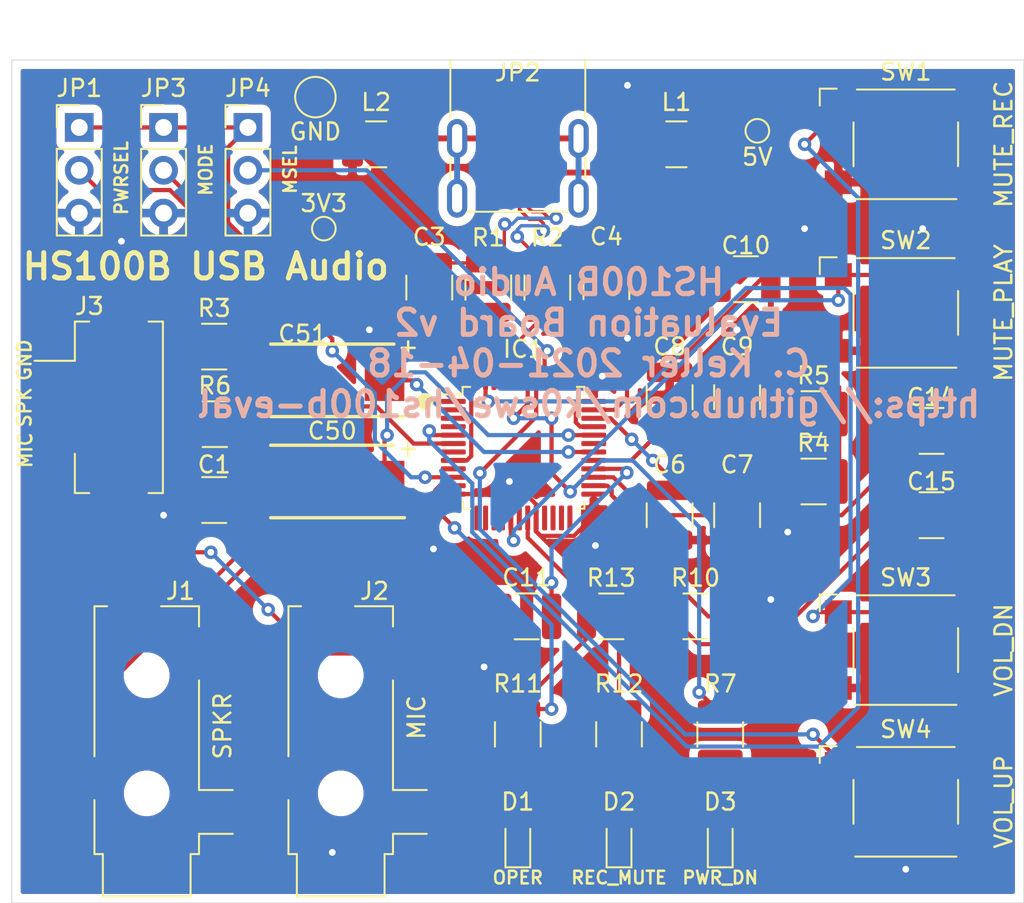
<source format=kicad_pcb>
(kicad_pcb (version 20171130) (host pcbnew 5.1.9)
  (title_block (title "HS100B Evaluation Board") (date 2021-04-18) (rev 2) (company "Chris Keller"))
  (layers (0 F.Cu signal) (31 B.Cu signal) (34 B.Paste user) (35 F.Paste user) (36 B.SilkS user) (37 F.SilkS user) (38 B.Mask user) (39 F.Mask user) (44 Edge.Cuts user))
  (net 0 "")
  (net 1 /D-)
  (net 2 /D+)
  (net 3 GND)
  (net 4 VBUS)
  (net 5 +3V3)
  (net 6 "Net-(C1-Pad2)")
  (net 7 "Net-(C1-Pad1)")
  (net 8 "Net-(C6-Pad1)")
  (net 9 "Net-(C8-Pad1)")
  (net 10 "Net-(C11-Pad2)")
  (net 11 /MIC_IN)
  (net 12 "Net-(C14-Pad2)")
  (net 13 "Net-(C15-Pad2)")
  (net 14 /AUDIO_L)
  (net 15 "Net-(C50-Pad1)")
  (net 16 /AUDIO_R)
  (net 17 "Net-(C51-Pad1)")
  (net 18 "Net-(D1-Pad2)")
  (net 19 "Net-(D2-Pad2)")
  (net 20 "Net-(D3-Pad2)")
  (net 21 /VOLDN)
  (net 22 /PDSW)
  (net 23 /VOLUP)
  (net 24 /MSEL)
  (net 25 /LEDR)
  (net 26 /MUTEP)
  (net 27 /LEDO)
  (net 28 /MODE)
  (net 29 /PWRSEL)
  (net 30 /MUTER)
  (net 31 /MIC_BIAS)
  (net 32 "Net-(JP2-Pad1)")
  (net 33 "Net-(IC1-Pad26)")
  (net 34 "Net-(JP2-Pad6)")
  (net 35 /USB-)
  (net 36 /USB+)
  (module TestPoint:TestPoint_Pad_D1.0mm (layer F.Cu) (at 174.2 74.2)
    (fp_text reference TP2)
    (fp_text value 5V (at 0 1.55) (layer F.SilkS))
    (pad 1 smd circle (at 0 0) (size 1 1) (layers F.Cu F.Mask) (net 32 "Net-(JP2-Pad1)"))
  )
  (module TestPoint:TestPoint_Pad_D2.0mm (layer F.Cu) (at 148 72.2)
    (fp_text reference TP1)
    (fp_text value GND (at 0 2.05) (layer F.SilkS))
    (pad 1 smd circle (at 0 0) (size 2 2) (layers F.Cu F.Mask) (net 3 GND))
  )
  (module Connector_JST:JST_PH_B3B-PH-SM4-TB_1x03-1MP_P2.00mm_Vertical (layer F.Cu) (at 134.6 90.6 270)
    (fp_text reference J3 (at -6 0) (layer F.SilkS))
    (fp_text value RADIO_DATA)
    (fp_text user GND (at -2.8 3.85 90) (layer F.SilkS) (effects (font (size 0.8 0.8))))
    (fp_text user SPK (at 0 3.85 90) (layer F.SilkS) (effects (font (size 0.8 0.8))))
    (fp_text user MIC (at 2.55 3.8 90) (layer F.SilkS) (effects (font (size 0.8 0.8))))
    (pad MP smd roundrect (at 4.4 -1.75 270) (size 1.6 3) (layers F.Cu F.Paste F.Mask) (roundrect_rratio 0.15625))
    (pad MP smd roundrect (at -4.4 -1.75 270) (size 1.6 3) (layers F.Cu F.Paste F.Mask) (roundrect_rratio 0.15625))
    (pad 3 smd roundrect (at 2 0.5 270) (size 1 5.5) (layers F.Cu F.Paste F.Mask) (net 11 /MIC_IN))
    (pad 2 smd roundrect (at 0 0.5 270) (size 1 5.5) (layers F.Cu F.Paste F.Mask) (net 6 "Net-(C1-Pad2)"))
    (pad 1 smd roundrect (at -2 0.5 270) (size 1 5.5) (layers F.Cu F.Paste F.Mask) (net 3 GND))
  )
  (module Omron:SW_SPST_Omron_B3FS-100xP (layer F.Cu) (at 183 114)
    (fp_text reference SW4 (at 0 -4.3) (layer F.SilkS))
    (fp_text value VOL_UP (at 5.8 0 90) (layer F.SilkS))
    (pad 2 smd rect (at -4 2.25 180) (size 1.6 1.4) (layers F.Cu F.Paste F.Mask) (net 3 GND))
    (pad 2 smd rect (at 4 2.25 180) (size 1.6 1.4) (layers F.Cu F.Paste F.Mask) (net 3 GND))
    (pad 1 smd rect (at -4 -2.25 180) (size 1.6 1.4) (layers F.Cu F.Paste F.Mask) (net 23 /VOLUP))
    (pad 1 smd rect (at 4 -2.25 180) (size 1.6 1.4) (layers F.Cu F.Paste F.Mask) (net 23 /VOLUP))
  )
  (module Omron:SW_SPST_Omron_B3FS-100xP (layer F.Cu) (at 183 105)
    (fp_text reference SW3 (at 0 -4.3) (layer F.SilkS))
    (fp_text value VOL_DN (at 5.8 0 90) (layer F.SilkS))
    (pad 2 smd rect (at -4 2.25 180) (size 1.6 1.4) (layers F.Cu F.Paste F.Mask) (net 3 GND))
    (pad 2 smd rect (at 4 2.25 180) (size 1.6 1.4) (layers F.Cu F.Paste F.Mask) (net 3 GND))
    (pad 1 smd rect (at -4 -2.25 180) (size 1.6 1.4) (layers F.Cu F.Paste F.Mask) (net 21 /VOLDN))
    (pad 1 smd rect (at 4 -2.25 180) (size 1.6 1.4) (layers F.Cu F.Paste F.Mask) (net 21 /VOLDN))
  )
  (module Omron:SW_SPST_Omron_B3FS-100xP (layer F.Cu) (at 183 85)
    (fp_text reference SW2 (at 0 -4.3) (layer F.SilkS))
    (fp_text value MUTE_PLAY (at 5.8 0 90) (layer F.SilkS))
    (pad 2 smd rect (at -4 2.25 180) (size 1.6 1.4) (layers F.Cu F.Paste F.Mask) (net 3 GND))
    (pad 2 smd rect (at 4 2.25 180) (size 1.6 1.4) (layers F.Cu F.Paste F.Mask) (net 3 GND))
    (pad 1 smd rect (at -4 -2.25 180) (size 1.6 1.4) (layers F.Cu F.Paste F.Mask) (net 26 /MUTEP))
    (pad 1 smd rect (at 4 -2.25 180) (size 1.6 1.4) (layers F.Cu F.Paste F.Mask) (net 26 /MUTEP))
  )
  (module Omron:SW_SPST_Omron_B3FS-100xP (layer F.Cu) (at 183 75)
    (fp_text reference SW1 (at 0 -4.3) (layer F.SilkS))
    (fp_text value MUTE_REC (at 5.8 0 90) (layer F.SilkS))
    (pad 2 smd rect (at -4 2.25 180) (size 1.6 1.4) (layers F.Cu F.Paste F.Mask) (net 3 GND))
    (pad 2 smd rect (at 4 2.25 180) (size 1.6 1.4) (layers F.Cu F.Paste F.Mask) (net 3 GND))
    (pad 1 smd rect (at -4 -2.25 180) (size 1.6 1.4) (layers F.Cu F.Paste F.Mask) (net 30 /MUTER))
    (pad 1 smd rect (at 4 -2.25 180) (size 1.6 1.4) (layers F.Cu F.Paste F.Mask) (net 30 /MUTER))
  )
  (module Connector_Audio:Jack_3.5mm_CUI_SJ-3524-SMT_Horizontal (layer F.Cu) (at 138 111 180)
    (fp_text reference J1 (at -2 9.5 180) (layer F.SilkS))
    (fp_text value SPKR (at -4.5 1.5 270) (layer F.SilkS))
    (pad "" np_thru_hole circle (at 0 4.5 180) (size 1.7 1.7) (drill 1.7) (layers *.Cu *.Mask))
    (pad "" np_thru_hole circle (at 0 -2.5 180) (size 1.7 1.7) (drill 1.7) (layers *.Cu *.Mask))
    (pad T smd rect (at -3.7 5.8 180) (size 2.8 2.8) (layers F.Cu F.Paste F.Mask) (net 16 /AUDIO_R))
    (pad TN smd rect (at 0.75 9.8 180) (size 2.8 2.6) (layers F.Cu F.Paste F.Mask))
    (pad S smd rect (at -3.7 -3.6 180) (size 2.8 2.2) (layers F.Cu F.Paste F.Mask) (net 3 GND))
    (pad R smd rect (at 3.7 -1.6 180) (size 2.8 2.2) (layers F.Cu F.Paste F.Mask) (net 14 /AUDIO_L))
  )
  (module Connector_Audio:Jack_3.5mm_CUI_SJ-3524-SMT_Horizontal (layer F.Cu) (at 149.5 111 180)
    (fp_text reference J2 (at -2 9.5 180) (layer F.SilkS))
    (fp_text value MIC (at -4.5 2 270) (layer F.SilkS))
    (pad "" np_thru_hole circle (at 0 4.5 180) (size 1.7 1.7) (drill 1.7) (layers *.Cu *.Mask))
    (pad "" np_thru_hole circle (at 0 -2.5 180) (size 1.7 1.7) (drill 1.7) (layers *.Cu *.Mask))
    (pad T smd rect (at -3.7 5.8 180) (size 2.8 2.8) (layers F.Cu F.Paste F.Mask) (net 11 /MIC_IN))
    (pad TN smd rect (at 0.75 9.8 180) (size 2.8 2.6) (layers F.Cu F.Paste F.Mask))
    (pad S smd rect (at -3.7 -3.6 180) (size 2.8 2.2) (layers F.Cu F.Paste F.Mask) (net 3 GND))
    (pad R smd rect (at 3.7 -1.6 180) (size 2.8 2.2) (layers F.Cu F.Paste F.Mask) (net 31 /MIC_BIAS))
  )
  (module CUI:UJ2-MIBH-4-SMT (layer F.Cu) (at 160 70)
    (fp_text reference JP2 (at 0 0.75) (layer F.SilkS))
    (fp_text value USB_B_Micro)
    (pad 6 smd roundrect (at -1.15 3.6) (size 1.8 3.9) (layers F.Cu F.Paste F.Mask) (net 34 "Net-(JP2-Pad6)"))
    (pad 6 smd roundrect (at 1.15 3.6) (size 1.8 3.9) (layers F.Cu F.Paste F.Mask) (net 34 "Net-(JP2-Pad6)"))
    (pad 5 smd rect (at -1.3 7.85) (size 0.4 1.7) (layers F.Cu F.Paste F.Mask) (net 3 GND))
    (pad 4 smd rect (at -0.65 7.85) (size 0.4 1.7) (layers F.Cu F.Paste F.Mask))
    (pad 2 smd rect (at 0.65 7.85) (size 0.4 1.7) (layers F.Cu F.Paste F.Mask) (net 35 /USB-))
    (pad 3 smd rect (at 0 7.85) (size 0.4 1.7) (layers F.Cu F.Paste F.Mask) (net 36 /USB+))
    (pad 1 smd rect (at 1.3 7.85) (size 0.4 1.7) (layers F.Cu F.Paste F.Mask) (net 32 "Net-(JP2-Pad1)"))
    (pad 6 thru_hole oval (at -3.6 4.65) (size 1.2 2.3) (drill oval 0.6 1.7) (layers *.Cu *.Mask) (net 34 "Net-(JP2-Pad6)"))
    (pad 6 thru_hole oval (at -3.6 8.2) (size 1.2 2.3) (drill oval 0.6 1.7) (layers *.Cu *.Mask) (net 34 "Net-(JP2-Pad6)"))
    (pad 6 thru_hole oval (at 3.6 8.2) (size 1.2 2.3) (drill oval 0.6 1.7) (layers *.Cu *.Mask) (net 34 "Net-(JP2-Pad6)"))
    (pad 6 thru_hole oval (at 3.6 4.65) (size 1.2 2.3) (drill oval 0.6 1.7) (layers *.Cu *.Mask) (net 34 "Net-(JP2-Pad6)"))
  )
  (module Vishay:CAPPM7343X430N (layer F.Cu) (at 149 89 180)
    (fp_text reference C51 (at 1.75 2.75) (layer F.SilkS))
    (fp_text value 470μF hide)
    (fp_text user + (at -4.5 2) (layer F.SilkS))
    (pad 2 smd rect (at 3.1 0 180) (size 2.35 2.45) (layers F.Cu F.Paste F.Mask) (net 16 /AUDIO_R))
    (pad 1 smd rect (at -3.1 0 180) (size 2.35 2.45) (layers F.Cu F.Paste F.Mask) (net 17 "Net-(C51-Pad1)"))
  )
  (module Vishay:CAPPM7343X430N (layer F.Cu) (at 149 95 180)
    (fp_text reference C50 (at 0 3) (layer F.SilkS))
    (fp_text value 470μF hide)
    (fp_text user + (at -4.5 2) (layer F.SilkS))
    (pad 2 smd rect (at 3.1 0 180) (size 2.35 2.45) (layers F.Cu F.Paste F.Mask) (net 14 /AUDIO_L))
    (pad 1 smd rect (at -3.1 0 180) (size 2.35 2.45) (layers F.Cu F.Paste F.Mask) (net 15 "Net-(C50-Pad1)"))
  )
  (module Package_QFP:LQFP-48_7x7mm_P0.5mm (layer F.Cu) (at 160.3375 93)
    (fp_text reference IC1 (at 0 -5.85) (layer F.SilkS))
    (fp_text value HS-100B)
    (pad 48 smd roundrect (at -2.75 -4.1625) (size 0.3 1.475) (layers F.Cu F.Paste F.Mask))
    (pad 47 smd roundrect (at -2.25 -4.1625) (size 0.3 1.475) (layers F.Cu F.Paste F.Mask) (net 21 /VOLDN))
    (pad 46 smd roundrect (at -1.75 -4.1625) (size 0.3 1.475) (layers F.Cu F.Paste F.Mask))
    (pad 45 smd roundrect (at -1.25 -4.1625) (size 0.3 1.475) (layers F.Cu F.Paste F.Mask))
    (pad 44 smd roundrect (at -0.75 -4.1625) (size 0.3 1.475) (layers F.Cu F.Paste F.Mask) (net 1 /D-))
    (pad 43 smd roundrect (at -0.25 -4.1625) (size 0.3 1.475) (layers F.Cu F.Paste F.Mask) (net 2 /D+))
    (pad 42 smd roundrect (at 0.25 -4.1625) (size 0.3 1.475) (layers F.Cu F.Paste F.Mask) (net 22 /PDSW))
    (pad 41 smd roundrect (at 0.75 -4.1625) (size 0.3 1.475) (layers F.Cu F.Paste F.Mask) (net 23 /VOLUP))
    (pad 40 smd roundrect (at 1.25 -4.1625) (size 0.3 1.475) (layers F.Cu F.Paste F.Mask) (net 24 /MSEL))
    (pad 39 smd roundrect (at 1.75 -4.1625) (size 0.3 1.475) (layers F.Cu F.Paste F.Mask))
    (pad 38 smd roundrect (at 2.25 -4.1625) (size 0.3 1.475) (layers F.Cu F.Paste F.Mask))
    (pad 37 smd roundrect (at 2.75 -4.1625) (size 0.3 1.475) (layers F.Cu F.Paste F.Mask))
    (pad 36 smd roundrect (at 4.1625 -2.75) (size 1.475 0.3) (layers F.Cu F.Paste F.Mask) (net 3 GND))
    (pad 35 smd roundrect (at 4.1625 -2.25) (size 1.475 0.3) (layers F.Cu F.Paste F.Mask) (net 4 VBUS))
    (pad 34 smd roundrect (at 4.1625 -1.75) (size 1.475 0.3) (layers F.Cu F.Paste F.Mask) (net 8 "Net-(C6-Pad1)"))
    (pad 33 smd roundrect (at 4.1625 -1.25) (size 1.475 0.3) (layers F.Cu F.Paste F.Mask) (net 3 GND))
    (pad 32 smd roundrect (at 4.1625 -0.75) (size 1.475 0.3) (layers F.Cu F.Paste F.Mask) (net 15 "Net-(C50-Pad1)"))
    (pad 31 smd roundrect (at 4.1625 -0.25) (size 1.475 0.3) (layers F.Cu F.Paste F.Mask))
    (pad 30 smd roundrect (at 4.1625 0.25) (size 1.475 0.3) (layers F.Cu F.Paste F.Mask) (net 17 "Net-(C51-Pad1)"))
    (pad 29 smd roundrect (at 4.1625 0.75) (size 1.475 0.3) (layers F.Cu F.Paste F.Mask) (net 9 "Net-(C8-Pad1)"))
    (pad 28 smd roundrect (at 4.1625 1.25) (size 1.475 0.3) (layers F.Cu F.Paste F.Mask) (net 10 "Net-(C11-Pad2)"))
    (pad 27 smd roundrect (at 4.1625 1.75) (size 1.475 0.3) (layers F.Cu F.Paste F.Mask) (net 12 "Net-(C14-Pad2)"))
    (pad 26 smd roundrect (at 4.1625 2.25) (size 1.475 0.3) (layers F.Cu F.Paste F.Mask) (net 33 "Net-(IC1-Pad26)"))
    (pad 25 smd roundrect (at 4.1625 2.75) (size 1.475 0.3) (layers F.Cu F.Paste F.Mask) (net 3 GND))
    (pad 24 smd roundrect (at 2.75 4.1625) (size 0.3 1.475) (layers F.Cu F.Paste F.Mask))
    (pad 23 smd roundrect (at 2.25 4.1625) (size 0.3 1.475) (layers F.Cu F.Paste F.Mask))
    (pad 22 smd roundrect (at 1.75 4.1625) (size 0.3 1.475) (layers F.Cu F.Paste F.Mask))
    (pad 21 smd roundrect (at 1.25 4.1625) (size 0.3 1.475) (layers F.Cu F.Paste F.Mask))
    (pad 20 smd roundrect (at 0.75 4.1625) (size 0.3 1.475) (layers F.Cu F.Paste F.Mask) (net 3 GND))
    (pad 19 smd roundrect (at 0.25 4.1625) (size 0.3 1.475) (layers F.Cu F.Paste F.Mask) (net 25 /LEDR))
    (pad 18 smd roundrect (at -0.25 4.1625) (size 0.3 1.475) (layers F.Cu F.Paste F.Mask))
    (pad 17 smd roundrect (at -0.75 4.1625) (size 0.3 1.475) (layers F.Cu F.Paste F.Mask) (net 26 /MUTEP))
    (pad 16 smd roundrect (at -1.25 4.1625) (size 0.3 1.475) (layers F.Cu F.Paste F.Mask))
    (pad 15 smd roundrect (at -1.75 4.1625) (size 0.3 1.475) (layers F.Cu F.Paste F.Mask))
    (pad 14 smd roundrect (at -2.25 4.1625) (size 0.3 1.475) (layers F.Cu F.Paste F.Mask))
    (pad 13 smd roundrect (at -2.75 4.1625) (size 0.3 1.475) (layers F.Cu F.Paste F.Mask))
    (pad 12 smd roundrect (at -4.1625 2.75) (size 1.475 0.3) (layers F.Cu F.Paste F.Mask) (net 3 GND))
    (pad 11 smd roundrect (at -4.1625 2.25) (size 1.475 0.3) (layers F.Cu F.Paste F.Mask) (net 27 /LEDO))
    (pad 10 smd roundrect (at -4.1625 1.75) (size 1.475 0.3) (layers F.Cu F.Paste F.Mask) (net 28 /MODE))
    (pad 9 smd roundrect (at -4.1625 1.25) (size 1.475 0.3) (layers F.Cu F.Paste F.Mask))
    (pad 8 smd roundrect (at -4.1625 0.75) (size 1.475 0.3) (layers F.Cu F.Paste F.Mask) (net 5 +3V3))
    (pad 7 smd roundrect (at -4.1625 0.25) (size 1.475 0.3) (layers F.Cu F.Paste F.Mask))
    (pad 6 smd roundrect (at -4.1625 -0.25) (size 1.475 0.3) (layers F.Cu F.Paste F.Mask) (net 29 /PWRSEL))
    (pad 5 smd roundrect (at -4.1625 -0.75) (size 1.475 0.3) (layers F.Cu F.Paste F.Mask) (net 30 /MUTER))
    (pad 4 smd roundrect (at -4.1625 -1.25) (size 1.475 0.3) (layers F.Cu F.Paste F.Mask))
    (pad 3 smd roundrect (at -4.1625 -1.75) (size 1.475 0.3) (layers F.Cu F.Paste F.Mask))
    (pad 2 smd roundrect (at -4.1625 -2.25) (size 1.475 0.3) (layers F.Cu F.Paste F.Mask))
    (pad 1 smd roundrect (at -4.1625 -2.75) (size 1.475 0.3) (layers F.Cu F.Paste F.Mask))
  )
  (module LED_SMD:LED_0603_1608Metric (layer F.Cu) (at 172 116.4 90)
    (fp_text reference D3 (at 2.4 0 180) (layer F.SilkS))
    (fp_text value PWR_DN (at -2.1 0 180) (layer F.SilkS) (effects (font (size 0.75 0.75))))
    (pad 2 smd roundrect (at 0.7875 0 90) (size 0.875 0.95) (layers F.Cu F.Paste F.Mask) (net 20 "Net-(D3-Pad2)"))
    (pad 1 smd roundrect (at -0.7875 0 90) (size 0.875 0.95) (layers F.Cu F.Paste F.Mask) (net 3 GND))
  )
  (module LED_SMD:LED_0603_1608Metric (layer F.Cu) (at 166 116.4 90)
    (fp_text reference D2 (at 2.4 0 180) (layer F.SilkS))
    (fp_text value REC_MUTE (at -2.1 0 180) (layer F.SilkS) (effects (font (size 0.75 0.75))))
    (pad 2 smd roundrect (at 0.7875 0 90) (size 0.875 0.95) (layers F.Cu F.Paste F.Mask) (net 19 "Net-(D2-Pad2)"))
    (pad 1 smd roundrect (at -0.7875 0 90) (size 0.875 0.95) (layers F.Cu F.Paste F.Mask) (net 3 GND))
  )
  (module LED_SMD:LED_0603_1608Metric (layer F.Cu) (at 160 116.4 90)
    (fp_text reference D1 (at 2.4 0 180) (layer F.SilkS))
    (fp_text value OPER (at -2.1 0 180) (layer F.SilkS) (effects (font (size 0.75 0.75))))
    (pad 2 smd roundrect (at 0.7875 0 90) (size 0.875 0.95) (layers F.Cu F.Paste F.Mask) (net 18 "Net-(D1-Pad2)"))
    (pad 1 smd roundrect (at -0.7875 0 90) (size 0.875 0.95) (layers F.Cu F.Paste F.Mask) (net 3 GND))
  )
  (module Resistor_SMD:R_1210_3225Metric (layer F.Cu) (at 165.5375 103)
    (fp_text reference R13 (at 0 -2.28) (layer F.SilkS))
    (fp_text value 1.2kΩ)
    (pad 2 smd roundrect (at 1.4625 0) (size 1.125 2.65) (layers F.Cu F.Paste F.Mask) (roundrect_rratio 0.222222) (net 13 "Net-(C15-Pad2)"))
    (pad 1 smd roundrect (at -1.4625 0) (size 1.125 2.65) (layers F.Cu F.Paste F.Mask) (roundrect_rratio 0.222222) (net 31 /MIC_BIAS))
  )
  (module Resistor_SMD:R_1210_3225Metric (layer F.Cu) (at 166 110 90)
    (fp_text reference R12 (at 3 0 180) (layer F.SilkS))
    (fp_text value 330Ω)
    (pad 2 smd roundrect (at 1.4625 0 90) (size 1.125 2.65) (layers F.Cu F.Paste F.Mask) (roundrect_rratio 0.222222) (net 25 /LEDR))
    (pad 1 smd roundrect (at -1.4625 0 90) (size 1.125 2.65) (layers F.Cu F.Paste F.Mask) (roundrect_rratio 0.222222) (net 19 "Net-(D2-Pad2)"))
  )
  (module Resistor_SMD:R_1210_3225Metric (layer F.Cu) (at 160 110 90)
    (fp_text reference R11 (at 3 0 180) (layer F.SilkS))
    (fp_text value 330Ω)
    (pad 2 smd roundrect (at 1.4625 0 90) (size 1.125 2.65) (layers F.Cu F.Paste F.Mask) (roundrect_rratio 0.222222) (net 27 /LEDO))
    (pad 1 smd roundrect (at -1.4625 0 90) (size 1.125 2.65) (layers F.Cu F.Paste F.Mask) (roundrect_rratio 0.222222) (net 18 "Net-(D1-Pad2)"))
  )
  (module Resistor_SMD:R_1210_3225Metric (layer F.Cu) (at 170.5375 103)
    (fp_text reference R10 (at 0 -2.28) (layer F.SilkS))
    (fp_text value 2.2kΩ)
    (pad 2 smd roundrect (at 1.4625 0) (size 1.125 2.65) (layers F.Cu F.Paste F.Mask) (roundrect_rratio 0.222222) (net 33 "Net-(IC1-Pad26)"))
    (pad 1 smd roundrect (at -1.4625 0) (size 1.125 2.65) (layers F.Cu F.Paste F.Mask) (roundrect_rratio 0.222222) (net 13 "Net-(C15-Pad2)"))
  )
  (module Resistor_SMD:R_1210_3225Metric (layer F.Cu) (at 172 110 90)
    (fp_text reference R7 (at 3 0 180) (layer F.SilkS))
    (fp_text value 330Ω)
    (pad 2 smd roundrect (at 1.4625 0 90) (size 1.125 2.65) (layers F.Cu F.Paste F.Mask) (roundrect_rratio 0.222222) (net 22 /PDSW))
    (pad 1 smd roundrect (at -1.4625 0 90) (size 1.125 2.65) (layers F.Cu F.Paste F.Mask) (roundrect_rratio 0.222222) (net 20 "Net-(D3-Pad2)"))
  )
  (module Resistor_SMD:R_1210_3225Metric (layer F.Cu) (at 142.0375 91.6)
    (fp_text reference R6 (at 0 -2.28) (layer F.SilkS))
    (fp_text value 0Ω)
    (pad 2 smd roundrect (at 1.4625 0) (size 1.125 2.65) (layers F.Cu F.Paste F.Mask) (roundrect_rratio 0.222222) (net 14 /AUDIO_L))
    (pad 1 smd roundrect (at -1.4625 0) (size 1.125 2.65) (layers F.Cu F.Paste F.Mask) (roundrect_rratio 0.222222) (net 7 "Net-(C1-Pad1)"))
  )
  (module Resistor_SMD:R_1210_3225Metric (layer F.Cu) (at 177.5375 91)
    (fp_text reference R5 (at 0 -2.28) (layer F.SilkS))
    (fp_text value 0Ω)
    (pad 2 smd roundrect (at 1.4625 0) (size 1.125 2.65) (layers F.Cu F.Paste F.Mask) (roundrect_rratio 0.222222) (net 4 VBUS))
    (pad 1 smd roundrect (at -1.4625 0) (size 1.125 2.65) (layers F.Cu F.Paste F.Mask) (roundrect_rratio 0.222222) (net 9 "Net-(C8-Pad1)"))
  )
  (module Resistor_SMD:R_1210_3225Metric (layer F.Cu) (at 177.5375 95)
    (fp_text reference R4 (at 0 -2.28) (layer F.SilkS))
    (fp_text value 0Ω)
    (pad 2 smd roundrect (at 1.4625 0) (size 1.125 2.65) (layers F.Cu F.Paste F.Mask) (roundrect_rratio 0.222222) (net 4 VBUS))
    (pad 1 smd roundrect (at -1.4625 0) (size 1.125 2.65) (layers F.Cu F.Paste F.Mask) (roundrect_rratio 0.222222) (net 8 "Net-(C6-Pad1)"))
  )
  (module Resistor_SMD:R_1210_3225Metric (layer F.Cu) (at 142 87)
    (fp_text reference R3 (at 0 -2.28) (layer F.SilkS))
    (fp_text value 0Ω)
    (pad 2 smd roundrect (at 1.4625 0) (size 1.125 2.65) (layers F.Cu F.Paste F.Mask) (roundrect_rratio 0.222222) (net 16 /AUDIO_R))
    (pad 1 smd roundrect (at -1.4625 0) (size 1.125 2.65) (layers F.Cu F.Paste F.Mask) (roundrect_rratio 0.222222) (net 7 "Net-(C1-Pad1)"))
  )
  (module Resistor_SMD:R_1210_3225Metric (layer F.Cu) (at 161.75 83.5 90)
    (fp_text reference R2 (at 2.9625 0 180) (layer F.SilkS))
    (fp_text value 22Ω)
    (pad 2 smd roundrect (at 1.4625 0 90) (size 1.125 2.65) (layers F.Cu F.Paste F.Mask) (roundrect_rratio 0.222222) (net 36 /USB+))
    (pad 1 smd roundrect (at -1.4625 0 90) (size 1.125 2.65) (layers F.Cu F.Paste F.Mask) (roundrect_rratio 0.222222) (net 2 /D+))
  )
  (module Resistor_SMD:R_1210_3225Metric (layer F.Cu) (at 158.25 83.5 90)
    (fp_text reference R1 (at 2.9625 0 180) (layer F.SilkS))
    (fp_text value 22Ω)
    (pad 2 smd roundrect (at 1.4625 0 90) (size 1.125 2.65) (layers F.Cu F.Paste F.Mask) (roundrect_rratio 0.222222) (net 35 /USB-))
    (pad 1 smd roundrect (at -1.4625 0 90) (size 1.125 2.65) (layers F.Cu F.Paste F.Mask) (roundrect_rratio 0.222222) (net 1 /D-))
  )
  (module Inductor_SMD:L_1210_3225Metric (layer F.Cu) (at 151.6 75)
    (fp_text reference L2 (at 0 -2.5) (layer F.SilkS))
    (fp_text value L)
    (pad 2 smd roundrect (at 1.4 0) (size 1.25 2.65) (layers F.Cu F.Paste F.Mask) (roundrect_rratio 0.2) (net 34 "Net-(JP2-Pad6)"))
    (pad 1 smd roundrect (at -1.4 0) (size 1.25 2.65) (layers F.Cu F.Paste F.Mask) (roundrect_rratio 0.2) (net 3 GND))
  )
  (module Inductor_SMD:L_1210_3225Metric (layer F.Cu) (at 169.4 75)
    (fp_text reference L1 (at 0 -2.5) (layer F.SilkS))
    (fp_text value L)
    (pad 2 smd roundrect (at 1.4 0) (size 1.25 2.65) (layers F.Cu F.Paste F.Mask) (roundrect_rratio 0.2) (net 4 VBUS))
    (pad 1 smd roundrect (at -1.4 0) (size 1.25 2.65) (layers F.Cu F.Paste F.Mask) (roundrect_rratio 0.2) (net 32 "Net-(JP2-Pad1)"))
  )
  (module Connector_PinHeader_2.54mm:PinHeader_1x03_P2.54mm_Vertical (layer F.Cu) (at 144 74)
    (fp_text reference JP4 (at 0 -2.33) (layer F.SilkS))
    (fp_text value MSEL (at 2.5 2.5 90) (layer F.SilkS) (effects (font (size 0.75 0.75))))
    (pad 3 thru_hole oval (at 0 5.08) (size 1.7 1.7) (drill 1) (layers *.Cu *.Mask) (net 3 GND))
    (pad 2 thru_hole oval (at 0 2.54) (size 1.7 1.7) (drill 1) (layers *.Cu *.Mask) (net 24 /MSEL))
    (pad 1 thru_hole rect (at 0 0) (size 1.7 1.7) (drill 1) (layers *.Cu *.Mask) (net 5 +3V3))
  )
  (module Connector_PinHeader_2.54mm:PinHeader_1x03_P2.54mm_Vertical (layer F.Cu) (at 139 74)
    (fp_text reference JP3 (at 0 -2.33) (layer F.SilkS))
    (fp_text value MODE (at 2.5 2.5 90) (layer F.SilkS) (effects (font (size 0.75 0.75))))
    (pad 3 thru_hole oval (at 0 5.08) (size 1.7 1.7) (drill 1) (layers *.Cu *.Mask) (net 3 GND))
    (pad 2 thru_hole oval (at 0 2.54) (size 1.7 1.7) (drill 1) (layers *.Cu *.Mask) (net 28 /MODE))
    (pad 1 thru_hole rect (at 0 0) (size 1.7 1.7) (drill 1) (layers *.Cu *.Mask) (net 5 +3V3))
  )
  (module Connector_PinHeader_2.54mm:PinHeader_1x03_P2.54mm_Vertical (layer F.Cu) (at 134 74)
    (fp_text reference JP1 (at 0 -2.33) (layer F.SilkS))
    (fp_text value PWRSEL (at 2.5 3 90) (layer F.SilkS) (effects (font (size 0.75 0.75))))
    (pad 3 thru_hole oval (at 0 5.08) (size 1.7 1.7) (drill 1) (layers *.Cu *.Mask) (net 3 GND))
    (pad 2 thru_hole oval (at 0 2.54) (size 1.7 1.7) (drill 1) (layers *.Cu *.Mask) (net 29 /PWRSEL))
    (pad 1 thru_hole rect (at 0 0) (size 1.7 1.7) (drill 1) (layers *.Cu *.Mask) (net 5 +3V3))
  )
  (module Capacitor_SMD:C_1210_3225Metric (layer F.Cu) (at 184.525 97 180)
    (fp_text reference C15 (at 0 2) (layer F.SilkS))
    (fp_text value 4.7μF)
    (pad 2 smd roundrect (at 1.475 0 180) (size 1.15 2.7) (layers F.Cu F.Paste F.Mask) (roundrect_rratio 0.217391) (net 13 "Net-(C15-Pad2)"))
    (pad 1 smd roundrect (at -1.475 0 180) (size 1.15 2.7) (layers F.Cu F.Paste F.Mask) (roundrect_rratio 0.217391) (net 3 GND))
  )
  (module Capacitor_SMD:C_1210_3225Metric (layer F.Cu) (at 184.525 92 180)
    (fp_text reference C14 (at 0 2) (layer F.SilkS))
    (fp_text value 4.7μF)
    (pad 2 smd roundrect (at 1.475 0 180) (size 1.15 2.7) (layers F.Cu F.Paste F.Mask) (roundrect_rratio 0.217391) (net 12 "Net-(C14-Pad2)"))
    (pad 1 smd roundrect (at -1.475 0 180) (size 1.15 2.7) (layers F.Cu F.Paste F.Mask) (roundrect_rratio 0.217391) (net 3 GND))
  )
  (module Capacitor_SMD:C_1210_3225Metric (layer F.Cu) (at 160.525 103)
    (fp_text reference C11 (at 0 -2.3) (layer F.SilkS))
    (fp_text value 1μF)
    (pad 2 smd roundrect (at 1.475 0) (size 1.15 2.7) (layers F.Cu F.Paste F.Mask) (roundrect_rratio 0.217391) (net 10 "Net-(C11-Pad2)"))
    (pad 1 smd roundrect (at -1.475 0) (size 1.15 2.7) (layers F.Cu F.Paste F.Mask) (roundrect_rratio 0.217391) (net 11 /MIC_IN))
  )
  (module Capacitor_SMD:C_1210_3225Metric (layer F.Cu) (at 173.525 83 180)
    (fp_text reference C10 (at 0 2) (layer F.SilkS))
    (fp_text value 100nF)
    (pad 2 smd roundrect (at 1.475 0 180) (size 1.15 2.7) (layers F.Cu F.Paste F.Mask) (roundrect_rratio 0.217391) (net 3 GND))
    (pad 1 smd roundrect (at -1.475 0 180) (size 1.15 2.7) (layers F.Cu F.Paste F.Mask) (roundrect_rratio 0.217391) (net 4 VBUS))
  )
  (module Capacitor_SMD:C_1210_3225Metric (layer F.Cu) (at 173 90 90)
    (fp_text reference C9 (at 3 0 180) (layer F.SilkS))
    (fp_text value 4.7μF)
    (pad 2 smd roundrect (at 1.475 0 90) (size 1.15 2.7) (layers F.Cu F.Paste F.Mask) (roundrect_rratio 0.217391) (net 3 GND))
    (pad 1 smd roundrect (at -1.475 0 90) (size 1.15 2.7) (layers F.Cu F.Paste F.Mask) (roundrect_rratio 0.217391) (net 9 "Net-(C8-Pad1)"))
  )
  (module Capacitor_SMD:C_1210_3225Metric (layer F.Cu) (at 169 90 90)
    (fp_text reference C8 (at 3 0 180) (layer F.SilkS))
    (fp_text value 100nF)
    (pad 2 smd roundrect (at 1.475 0 90) (size 1.15 2.7) (layers F.Cu F.Paste F.Mask) (roundrect_rratio 0.217391) (net 3 GND))
    (pad 1 smd roundrect (at -1.475 0 90) (size 1.15 2.7) (layers F.Cu F.Paste F.Mask) (roundrect_rratio 0.217391) (net 9 "Net-(C8-Pad1)"))
  )
  (module Capacitor_SMD:C_1210_3225Metric (layer F.Cu) (at 173 97 270)
    (fp_text reference C7 (at -3 0 180) (layer F.SilkS))
    (fp_text value 4.7μF)
    (pad 2 smd roundrect (at 1.475 0 270) (size 1.15 2.7) (layers F.Cu F.Paste F.Mask) (roundrect_rratio 0.217391) (net 3 GND))
    (pad 1 smd roundrect (at -1.475 0 270) (size 1.15 2.7) (layers F.Cu F.Paste F.Mask) (roundrect_rratio 0.217391) (net 8 "Net-(C6-Pad1)"))
  )
  (module Capacitor_SMD:C_1210_3225Metric (layer F.Cu) (at 169 97 270)
    (fp_text reference C6 (at -3 0 180) (layer F.SilkS))
    (fp_text value 100nF)
    (pad 2 smd roundrect (at 1.475 0 270) (size 1.15 2.7) (layers F.Cu F.Paste F.Mask) (roundrect_rratio 0.217391) (net 3 GND))
    (pad 1 smd roundrect (at -1.475 0 270) (size 1.15 2.7) (layers F.Cu F.Paste F.Mask) (roundrect_rratio 0.217391) (net 8 "Net-(C6-Pad1)"))
  )
  (module Capacitor_SMD:C_1210_3225Metric (layer F.Cu) (at 165.25 83.475 270)
    (fp_text reference C4 (at -3 0 180) (layer F.SilkS))
    (fp_text value 100pF)
    (pad 2 smd roundrect (at 1.475 0 270) (size 1.15 2.7) (layers F.Cu F.Paste F.Mask) (roundrect_rratio 0.217391) (net 3 GND))
    (pad 1 smd roundrect (at -1.475 0 270) (size 1.15 2.7) (layers F.Cu F.Paste F.Mask) (roundrect_rratio 0.217391) (net 36 /USB+))
  )
  (module Capacitor_SMD:C_1210_3225Metric (layer F.Cu) (at 154.75 83.5 270)
    (fp_text reference C3 (at -3 0 180) (layer F.SilkS))
    (fp_text value 100pF)
    (pad 2 smd roundrect (at 1.475 0 270) (size 1.15 2.7) (layers F.Cu F.Paste F.Mask) (roundrect_rratio 0.217391) (net 3 GND))
    (pad 1 smd roundrect (at -1.475 0 270) (size 1.15 2.7) (layers F.Cu F.Paste F.Mask) (roundrect_rratio 0.217391) (net 35 /USB-))
  )
  (module Capacitor_SMD:C_1210_3225Metric (layer F.Cu) (at 142 96.1 180)
    (fp_text reference C1 (at 0 2.1) (layer F.SilkS))
    (fp_text value 10μF)
    (pad 2 smd roundrect (at 1.475 0 180) (size 1.15 2.7) (layers F.Cu F.Paste F.Mask) (roundrect_rratio 0.217391) (net 6 "Net-(C1-Pad2)"))
    (pad 1 smd roundrect (at -1.475 0 180) (size 1.15 2.7) (layers F.Cu F.Paste F.Mask) (roundrect_rratio 0.217391) (net 7 "Net-(C1-Pad1)"))
  )
  (module TestPoint:TestPoint_Pad_D1.0mm (layer F.Cu) (at 148.5 80)
    (fp_text reference TP3)
    (fp_text value 3V3 (at 0 -1.5) (layer F.SilkS))
    (pad 1 smd circle (at 0 0) (size 1 1) (layers F.Cu F.Mask) (net 5 +3V3))
  )
  (gr_circle (center 154.5 90.25) (end 154.75 90.25) (layer F.SilkS) (width 0.5))
  (gr_text "HS100B USB Audio" (at 141.5 82.25) (layer F.SilkS) (effects (font (size 1.5 1.5) (thickness 0.3))))
  (gr_text "HS100B Audio\nEvaluation Board v2\nC. Keller 2021-04-18\nhttps://github.com/k0swe/hs100b-eval" (at 164.2 86.8) (layer B.SilkS) (effects (font (size 1.5 1.5) (thickness 0.3)) (justify mirror)))
  (gr_line (start 190 120) (end 190 70) (layer Edge.Cuts) (width 0.05))
  (gr_line (start 130 120) (end 190 120) (layer Edge.Cuts) (width 0.05))
  (gr_line (start 130 70) (end 130 120) (layer Edge.Cuts) (width 0.05))
  (gr_line (start 130 70) (end 190 70) (layer Edge.Cuts) (width 0.05))
  (segment (start 158.25 84.9625) (end 159.775 86.4875) (width 0.2) (layer F.Cu) (net 1))
  (segment (start 159.775 86.4875) (end 159.775 87.3068) (width 0.2) (layer F.Cu) (net 1))
  (segment (start 159.5875 87.4943) (end 159.775 87.3068) (width 0.2) (layer F.Cu) (net 1))
  (segment (start 159.5875 88.8375) (end 159.5875 87.4943) (width 0.2) (layer F.Cu) (net 1))
  (segment (start 161.75 84.9625) (end 160.225 86.4875) (width 0.2) (layer F.Cu) (net 2))
  (segment (start 160.225 86.4875) (end 160.225 87.4932) (width 0.2) (layer F.Cu) (net 2))
  (segment (start 160.11249 87.60571) (end 160.225 87.4932) (width 0.2) (layer F.Cu) (net 2))
  (segment (start 160.11249 88.58751) (end 160.11249 87.60571) (width 0.2) (layer F.Cu) (net 2))
  (segment (start 160.0875 88.6125) (end 160.11249 88.58751) (width 0.2) (layer F.Cu) (net 2))
  (segment (start 160.0875 88.8375) (end 160.0875 88.6125) (width 0.2) (layer F.Cu) (net 2))
  (via (at 166.5 71.5) (size 0.8) (drill 0.4) (layers F.Cu B.Cu) (net 3))
  (via (at 173 86) (size 0.8) (drill 0.4) (layers F.Cu B.Cu) (net 3))
  (segment (start 173 88.525) (end 173 86) (width 0.25) (layer F.Cu) (net 3))
  (via (at 184 80) (size 0.8) (drill 0.4) (layers F.Cu B.Cu) (net 3))
  (via (at 177 80) (size 0.8) (drill 0.4) (layers F.Cu B.Cu) (net 3))
  (via (at 166.5 86.5) (size 0.8) (drill 0.4) (layers F.Cu B.Cu) (net 3))
  (via (at 158 106) (size 0.8) (drill 0.4) (layers F.Cu B.Cu) (net 3))
  (via (at 175 102) (size 0.8) (drill 0.4) (layers F.Cu B.Cu) (net 3))
  (via (at 176 98) (size 0.8) (drill 0.4) (layers F.Cu B.Cu) (net 3))
  (via (at 136.5 80.75) (size 0.8) (drill 0.4) (layers F.Cu B.Cu) (net 3))
  (via (at 139 97) (size 0.8) (drill 0.4) (layers F.Cu B.Cu) (net 3))
  (via (at 183 118) (size 0.8) (drill 0.4) (layers F.Cu B.Cu) (net 3))
  (via (at 149 117) (size 0.8) (drill 0.4) (layers F.Cu B.Cu) (net 3))
  (segment (start 161.0875 97.1625) (end 161.06251 97.18749) (width 0.25) (layer F.Cu) (net 3))
  (segment (start 164.5 97.053202) (end 164.5 95.75) (width 0.25) (layer F.Cu) (net 3))
  (segment (start 161.346808 98.22501) (end 163.328192 98.22501) (width 0.25) (layer F.Cu) (net 3))
  (segment (start 161.06251 97.940712) (end 161.346808 98.22501) (width 0.25) (layer F.Cu) (net 3))
  (segment (start 163.328192 98.22501) (end 164.5 97.053202) (width 0.25) (layer F.Cu) (net 3))
  (segment (start 161.06251 97.18749) (end 161.06251 97.940712) (width 0.25) (layer F.Cu) (net 3))
  (segment (start 160.478202 95.75) (end 156.175 95.75) (width 0.25) (layer F.Cu) (net 3))
  (segment (start 161.0875 96.359298) (end 160.478202 95.75) (width 0.25) (layer F.Cu) (net 3))
  (segment (start 161.0875 97.1625) (end 161.0875 96.359298) (width 0.25) (layer F.Cu) (net 3))
  (segment (start 164.5 90.25) (end 165 90.25) (width 0.25) (layer F.Cu) (net 3))
  (segment (start 163.696798 91.75) (end 164.5 91.75) (width 0.25) (layer F.Cu) (net 3))
  (segment (start 163.43749 91.490692) (end 163.696798 91.75) (width 0.25) (layer F.Cu) (net 3))
  (segment (start 163.43749 90.509308) (end 163.43749 91.490692) (width 0.25) (layer F.Cu) (net 3))
  (segment (start 163.696798 90.25) (end 163.43749 90.509308) (width 0.25) (layer F.Cu) (net 3))
  (segment (start 164.5 90.25) (end 163.696798 90.25) (width 0.25) (layer F.Cu) (net 3))
  (via (at 159.5 95) (size 0.8) (drill 0.4) (layers F.Cu B.Cu) (net 3))
  (segment (start 158.75 95.75) (end 159.5 95) (width 0.25) (layer F.Cu) (net 3))
  (segment (start 156.175 95.75) (end 158.75 95.75) (width 0.25) (layer F.Cu) (net 3))
  (via (at 155 99) (size 0.8) (drill 0.4) (layers F.Cu B.Cu) (net 3))
  (via (at 165 88.75) (size 0.8) (drill 0.4) (layers F.Cu B.Cu) (net 3))
  (segment (start 164.5 89.25) (end 165 88.75) (width 0.25) (layer F.Cu) (net 3))
  (segment (start 164.5 90.25) (end 164.5 89.25) (width 0.25) (layer F.Cu) (net 3))
  (via (at 164.6 98.8) (size 0.8) (drill 0.4) (layers F.Cu B.Cu) (net 3))
  (segment (start 161.921798 98.8) (end 164.6 98.8) (width 0.25) (layer F.Cu) (net 3))
  (segment (start 161.0875 97.965702) (end 161.921798 98.8) (width 0.25) (layer F.Cu) (net 3))
  (segment (start 161.0875 97.1625) (end 161.0875 97.965702) (width 0.25) (layer F.Cu) (net 3))
  (segment (start 164.5 98.7) (end 164.6 98.8) (width 0.25) (layer F.Cu) (net 3))
  (segment (start 164.5 95.75) (end 164.5 98.7) (width 0.25) (layer F.Cu) (net 3))
  (via (at 151.2 86) (size 0.8) (drill 0.4) (layers F.Cu B.Cu) (net 3))
  (segment (start 158.7 77.85) (end 158.7 76.7) (width 0.35) (layer F.Cu) (net 3))
  (segment (start 151.90001 76.70001) (end 150.2 75) (width 0.35) (layer F.Cu) (net 3))
  (segment (start 154.00001 76.33389) (end 153.63389 76.70001) (width 0.35) (layer F.Cu) (net 3))
  (segment (start 158.33389 76.33389) (end 154.00001 76.33389) (width 0.35) (layer F.Cu) (net 3))
  (segment (start 153.63389 76.70001) (end 151.90001 76.70001) (width 0.35) (layer F.Cu) (net 3))
  (segment (start 158.7 76.7) (end 158.33389 76.33389) (width 0.35) (layer F.Cu) (net 3))
  (segment (start 179 89.425002) (end 179 91) (width 0.35) (layer F.Cu) (net 4))
  (segment (start 175 85.425002) (end 179 89.425002) (width 0.35) (layer F.Cu) (net 4))
  (segment (start 175 83) (end 175 85.425002) (width 0.35) (layer F.Cu) (net 4))
  (segment (start 179 91) (end 179 95) (width 0.35) (layer F.Cu) (net 4))
  (segment (start 166.475001 90.011389) (end 165.73639 90.75) (width 0.25) (layer F.Cu) (net 4))
  (segment (start 165.73639 90.75) (end 164.5 90.75) (width 0.25) (layer F.Cu) (net 4))
  (segment (start 167.66182 87.62499) (end 166.475001 88.811809) (width 0.25) (layer F.Cu) (net 4))
  (segment (start 166.475001 88.811809) (end 166.475001 90.011389) (width 0.25) (layer F.Cu) (net 4))
  (segment (start 169.80001 87.62499) (end 167.66182 87.62499) (width 0.25) (layer F.Cu) (net 4))
  (segment (start 174.425 83) (end 169.80001 87.62499) (width 0.25) (layer F.Cu) (net 4))
  (segment (start 175 83) (end 174.425 83) (width 0.25) (layer F.Cu) (net 4))
  (segment (start 170.8 78.8) (end 175 83) (width 0.35) (layer F.Cu) (net 4))
  (segment (start 170.8 75) (end 170.8 78.8) (width 0.35) (layer F.Cu) (net 4))
  (segment (start 134 74) (end 144 74) (width 0.25) (layer F.Cu) (net 5))
  (segment (start 151.728202 84.5) (end 147.680998 84.5) (width 0.25) (layer F.Cu) (net 5))
  (segment (start 142.824999 75.175001) (end 144 74) (width 0.25) (layer F.Cu) (net 5))
  (segment (start 157.23751 90.009308) (end 151.728202 84.5) (width 0.25) (layer F.Cu) (net 5))
  (segment (start 142.824999 79.644001) (end 142.824999 75.175001) (width 0.25) (layer F.Cu) (net 5))
  (segment (start 157.23751 93.490692) (end 157.23751 90.009308) (width 0.25) (layer F.Cu) (net 5))
  (segment (start 156.978202 93.75) (end 157.23751 93.490692) (width 0.25) (layer F.Cu) (net 5))
  (segment (start 156.175 93.75) (end 156.978202 93.75) (width 0.25) (layer F.Cu) (net 5))
  (segment (start 148.5 80) (end 145.965499 82.534501) (width 0.25) (layer F.Cu) (net 5))
  (segment (start 145.965499 82.534501) (end 145.965499 82.784501) (width 0.25) (layer F.Cu) (net 5))
  (segment (start 145.965499 82.784501) (end 142.824999 79.644001) (width 0.25) (layer F.Cu) (net 5))
  (segment (start 147.680998 84.5) (end 145.965499 82.784501) (width 0.25) (layer F.Cu) (net 5))
  (segment (start 136.375 90.6) (end 134.1 90.6) (width 0.25) (layer F.Cu) (net 6))
  (segment (start 140.525 94.75) (end 136.375 90.6) (width 0.25) (layer F.Cu) (net 6))
  (segment (start 140.525 96.1) (end 140.525 94.75) (width 0.25) (layer F.Cu) (net 6))
  (segment (start 140.5375 91.5625) (end 140.575 91.6) (width 0.25) (layer F.Cu) (net 7))
  (segment (start 140.5375 87) (end 140.5375 91.5625) (width 0.25) (layer F.Cu) (net 7))
  (segment (start 140.575 93.2) (end 143.475 96.1) (width 0.25) (layer F.Cu) (net 7))
  (segment (start 140.575 91.6) (end 140.575 93.2) (width 0.25) (layer F.Cu) (net 7))
  (segment (start 173.525 95) (end 173 95.525) (width 0.25) (layer F.Cu) (net 8))
  (segment (start 176.075 95) (end 173.525 95) (width 0.25) (layer F.Cu) (net 8))
  (segment (start 173 95.525) (end 169 95.525) (width 0.25) (layer F.Cu) (net 8))
  (via (at 168 93.75) (size 0.8) (drill 0.4) (layers F.Cu B.Cu) (net 8))
  (segment (start 169 94.75) (end 168 93.75) (width 0.25) (layer F.Cu) (net 8))
  (segment (start 169 95.525) (end 169 94.75) (width 0.25) (layer F.Cu) (net 8))
  (via (at 166.75 92.5) (size 0.8) (drill 0.4) (layers F.Cu B.Cu) (net 8))
  (segment (start 168 93.75) (end 166.75 92.5) (width 0.25) (layer B.Cu) (net 8))
  (segment (start 165.5 91.25) (end 164.5 91.25) (width 0.25) (layer F.Cu) (net 8))
  (segment (start 166.75 92.5) (end 165.5 91.25) (width 0.25) (layer F.Cu) (net 8))
  (segment (start 173.475 91) (end 173 91.475) (width 0.25) (layer F.Cu) (net 9))
  (segment (start 176.075 91) (end 173.475 91) (width 0.25) (layer F.Cu) (net 9))
  (segment (start 173 91.475) (end 169 91.475) (width 0.25) (layer F.Cu) (net 9))
  (segment (start 166.725 93.75) (end 164.5 93.75) (width 0.25) (layer F.Cu) (net 9))
  (segment (start 169 91.475) (end 166.725 93.75) (width 0.25) (layer F.Cu) (net 9))
  (via (at 162 101) (size 0.8) (drill 0.4) (layers F.Cu B.Cu) (net 10))
  (segment (start 162 103) (end 162 101) (width 0.25) (layer F.Cu) (net 10))
  (via (at 166.461295 94.475) (size 0.8) (drill 0.4) (layers F.Cu B.Cu) (net 10))
  (segment (start 162 98.936295) (end 166.461295 94.475) (width 0.25) (layer B.Cu) (net 10))
  (segment (start 162 101) (end 162 98.936295) (width 0.25) (layer B.Cu) (net 10))
  (segment (start 166.236295 94.25) (end 164.5 94.25) (width 0.25) (layer F.Cu) (net 10))
  (segment (start 166.461295 94.475) (end 166.236295 94.25) (width 0.25) (layer F.Cu) (net 10))
  (segment (start 156.85 105.2) (end 159.05 103) (width 0.25) (layer F.Cu) (net 11))
  (segment (start 153.2 105.2) (end 156.85 105.2) (width 0.25) (layer F.Cu) (net 11))
  (via (at 145.2 102.6) (size 0.8) (drill 0.4) (layers F.Cu B.Cu) (net 11))
  (segment (start 147.8 105.2) (end 145.2 102.6) (width 0.25) (layer F.Cu) (net 11))
  (segment (start 153.2 105.2) (end 147.8 105.2) (width 0.25) (layer F.Cu) (net 11))
  (via (at 141.8 99.2) (size 0.8) (drill 0.4) (layers F.Cu B.Cu) (net 11))
  (segment (start 145.2 102.6) (end 141.8 99.2) (width 0.25) (layer B.Cu) (net 11))
  (segment (start 136.85 92.6) (end 134.1 92.6) (width 0.25) (layer F.Cu) (net 11))
  (segment (start 138.17501 93.92501) (end 136.85 92.6) (width 0.25) (layer F.Cu) (net 11))
  (segment (start 138.17501 97.248012) (end 138.17501 93.92501) (width 0.25) (layer F.Cu) (net 11))
  (segment (start 140.126998 99.2) (end 138.17501 97.248012) (width 0.25) (layer F.Cu) (net 11))
  (segment (start 141.8 99.2) (end 140.126998 99.2) (width 0.25) (layer F.Cu) (net 11))
  (segment (start 183.05 93.15069) (end 183.05 92) (width 0.25) (layer F.Cu) (net 12))
  (segment (start 167.913293 97) (end 179.20069 97) (width 0.25) (layer F.Cu) (net 12))
  (segment (start 165.663293 94.75) (end 167.913293 97) (width 0.25) (layer F.Cu) (net 12))
  (segment (start 179.20069 97) (end 183.05 93.15069) (width 0.25) (layer F.Cu) (net 12))
  (segment (start 164.5 94.75) (end 165.663293 94.75) (width 0.25) (layer F.Cu) (net 12))
  (segment (start 167 103) (end 169.075 103) (width 0.25) (layer F.Cu) (net 13))
  (segment (start 182.475 97) (end 183.05 97) (width 0.25) (layer F.Cu) (net 13))
  (segment (start 174.82499 104.65001) (end 182.475 97) (width 0.25) (layer F.Cu) (net 13))
  (segment (start 170.72501 104.65001) (end 174.82499 104.65001) (width 0.25) (layer F.Cu) (net 13))
  (segment (start 169.075 103) (end 170.72501 104.65001) (width 0.25) (layer F.Cu) (net 13))
  (segment (start 145.9 94) (end 143.5 91.6) (width 0.25) (layer F.Cu) (net 14))
  (segment (start 145.9 95) (end 145.9 94) (width 0.25) (layer F.Cu) (net 14))
  (segment (start 134.3 108.460998) (end 134.3 112.6) (width 0.25) (layer F.Cu) (net 14))
  (segment (start 145.9 96.860998) (end 134.3 108.460998) (width 0.25) (layer F.Cu) (net 14))
  (segment (start 145.9 95) (end 145.9 96.860998) (width 0.25) (layer F.Cu) (net 14))
  (segment (start 152.1 92.4) (end 152.25 92.25) (width 0.25) (layer F.Cu) (net 15))
  (via (at 152.25 92.25) (size 0.8) (drill 0.4) (layers F.Cu B.Cu) (net 15))
  (segment (start 152.1 95) (end 152.1 92.4) (width 0.25) (layer F.Cu) (net 15))
  (segment (start 153.651999 88.524999) (end 154.524999 88.524999) (width 0.25) (layer B.Cu) (net 15))
  (segment (start 152.25 89.926998) (end 153.651999 88.524999) (width 0.25) (layer B.Cu) (net 15))
  (segment (start 152.25 92.25) (end 152.25 89.926998) (width 0.25) (layer B.Cu) (net 15))
  (via (at 163 92.25) (size 0.8) (drill 0.4) (layers F.Cu B.Cu) (net 15))
  (segment (start 158.25 92.25) (end 163 92.25) (width 0.25) (layer B.Cu) (net 15))
  (segment (start 154.524999 88.524999) (end 158.25 92.25) (width 0.25) (layer B.Cu) (net 15))
  (segment (start 163 92.25) (end 164.5 92.25) (width 0.25) (layer F.Cu) (net 15))
  (segment (start 145.4625 89) (end 143.4625 87) (width 0.25) (layer F.Cu) (net 16))
  (segment (start 145.9 89) (end 145.4625 89) (width 0.25) (layer F.Cu) (net 16))
  (segment (start 147.400001 96.485001) (end 147.400001 90.500001) (width 0.25) (layer F.Cu) (net 16))
  (segment (start 147.400001 90.500001) (end 145.9 89) (width 0.25) (layer F.Cu) (net 16))
  (segment (start 141.7 102.185002) (end 147.400001 96.485001) (width 0.25) (layer F.Cu) (net 16))
  (segment (start 141.7 105.2) (end 141.7 102.185002) (width 0.25) (layer F.Cu) (net 16))
  (via (at 154 89.25) (size 0.8) (drill 0.4) (layers F.Cu B.Cu) (net 17))
  (segment (start 153.75 89) (end 154 89.25) (width 0.25) (layer F.Cu) (net 17))
  (segment (start 152.1 89) (end 153.75 89) (width 0.25) (layer F.Cu) (net 17))
  (via (at 163 93.25) (size 0.8) (drill 0.4) (layers F.Cu B.Cu) (net 17))
  (segment (start 158 93.25) (end 163 93.25) (width 0.25) (layer B.Cu) (net 17))
  (segment (start 154 89.25) (end 158 93.25) (width 0.25) (layer B.Cu) (net 17))
  (segment (start 163 93.25) (end 164.5 93.25) (width 0.25) (layer F.Cu) (net 17))
  (segment (start 160 115) (end 160 111.4625) (width 0.25) (layer F.Cu) (net 18))
  (segment (start 160 115.6125) (end 160 115) (width 0.25) (layer F.Cu) (net 18))
  (segment (start 166 115) (end 166 111.4625) (width 0.25) (layer F.Cu) (net 19))
  (segment (start 166 115.6125) (end 166 115) (width 0.25) (layer F.Cu) (net 19))
  (segment (start 172 111.4625) (end 172 115.6125) (width 0.25) (layer F.Cu) (net 20))
  (via (at 177.500153 103.000153) (size 0.8) (drill 0.4) (layers F.Cu B.Cu) (net 21))
  (segment (start 177.750306 102.75) (end 177.500153 103.000153) (width 0.25) (layer F.Cu) (net 21))
  (segment (start 179 102.75) (end 177.750306 102.75) (width 0.25) (layer F.Cu) (net 21))
  (segment (start 166.797905 90.25) (end 158.25 90.25) (width 0.25) (layer B.Cu) (net 21))
  (segment (start 173.522906 83.524999) (end 166.797905 90.25) (width 0.25) (layer B.Cu) (net 21))
  (segment (start 179.348001 83.524999) (end 173.522906 83.524999) (width 0.25) (layer B.Cu) (net 21))
  (segment (start 179.725001 83.901999) (end 179.348001 83.524999) (width 0.25) (layer B.Cu) (net 21))
  (segment (start 179.725001 100.775305) (end 179.725001 83.901999) (width 0.25) (layer B.Cu) (net 21))
  (via (at 158.25 90.25) (size 0.8) (drill 0.4) (layers F.Cu B.Cu) (net 21))
  (segment (start 177.500153 103.000153) (end 179.725001 100.775305) (width 0.25) (layer B.Cu) (net 21))
  (segment (start 158.0875 90.0875) (end 158.0875 88.8375) (width 0.25) (layer F.Cu) (net 21))
  (segment (start 158.25 90.25) (end 158.0875 90.0875) (width 0.25) (layer F.Cu) (net 21))
  (segment (start 179 102.75) (end 187 102.75) (width 0.25) (layer F.Cu) (net 21))
  (via (at 170.75 107.5) (size 0.8) (drill 0.4) (layers F.Cu B.Cu) (net 22))
  (segment (start 171.7875 108.5375) (end 170.75 107.5) (width 0.25) (layer F.Cu) (net 22))
  (segment (start 172 108.5375) (end 171.7875 108.5375) (width 0.25) (layer F.Cu) (net 22))
  (via (at 163.10481 95.60481) (size 0.8) (drill 0.4) (layers F.Cu B.Cu) (net 22))
  (segment (start 164.959621 93.749999) (end 163.10481 95.60481) (width 0.25) (layer B.Cu) (net 22))
  (segment (start 166.809296 93.749999) (end 164.959621 93.749999) (width 0.25) (layer B.Cu) (net 22))
  (segment (start 170.75 97.690703) (end 166.809296 93.749999) (width 0.25) (layer B.Cu) (net 22))
  (segment (start 170.75 107.5) (end 170.75 97.690703) (width 0.25) (layer B.Cu) (net 22))
  (via (at 162 91.25) (size 0.8) (drill 0.4) (layers F.Cu B.Cu) (net 22))
  (segment (start 162 94.5) (end 162 91.25) (width 0.25) (layer F.Cu) (net 22))
  (segment (start 163.10481 95.60481) (end 162 94.5) (width 0.25) (layer F.Cu) (net 22))
  (via (at 159.75 91.25) (size 0.8) (drill 0.4) (layers F.Cu B.Cu) (net 22))
  (segment (start 162 91.25) (end 159.75 91.25) (width 0.25) (layer B.Cu) (net 22))
  (segment (start 160.5875 90.4125) (end 160.5875 88.8375) (width 0.25) (layer F.Cu) (net 22))
  (segment (start 159.75 91.25) (end 160.5875 90.4125) (width 0.25) (layer F.Cu) (net 22))
  (via (at 177.5 110) (size 0.8) (drill 0.4) (layers F.Cu B.Cu) (net 23))
  (segment (start 179 111.5) (end 177.5 110) (width 0.25) (layer F.Cu) (net 23))
  (segment (start 179 111.75) (end 179 111.5) (width 0.25) (layer F.Cu) (net 23))
  (via (at 157.75 94.5) (size 0.8) (drill 0.4) (layers F.Cu B.Cu) (net 23))
  (segment (start 157.75 97.823002) (end 157.75 94.5) (width 0.25) (layer B.Cu) (net 23))
  (segment (start 169.926998 110) (end 157.75 97.823002) (width 0.25) (layer B.Cu) (net 23))
  (segment (start 177.5 110) (end 169.926998 110) (width 0.25) (layer B.Cu) (net 23))
  (segment (start 161.0875 91.1625) (end 161.0875 88.8375) (width 0.25) (layer F.Cu) (net 23))
  (segment (start 157.75 94.5) (end 161.0875 91.1625) (width 0.25) (layer F.Cu) (net 23))
  (segment (start 179 111.75) (end 187 111.75) (width 0.25) (layer F.Cu) (net 23))
  (via (at 161.75 87.25) (size 0.8) (drill 0.4) (layers F.Cu B.Cu) (net 24))
  (segment (start 151.04 76.54) (end 161.75 87.25) (width 0.25) (layer B.Cu) (net 24))
  (segment (start 144 76.54) (end 151.04 76.54) (width 0.25) (layer B.Cu) (net 24))
  (segment (start 161.5875 87.4125) (end 161.5875 88.8375) (width 0.25) (layer F.Cu) (net 24))
  (segment (start 161.75 87.25) (end 161.5875 87.4125) (width 0.25) (layer F.Cu) (net 24))
  (segment (start 166 102.72431) (end 166 108.5375) (width 0.25) (layer F.Cu) (net 25))
  (segment (start 163.59999 101.34999) (end 164.62568 101.34999) (width 0.25) (layer F.Cu) (net 25))
  (segment (start 164.62568 101.34999) (end 166 102.72431) (width 0.25) (layer F.Cu) (net 25))
  (segment (start 160.5875 98.3375) (end 163.59999 101.34999) (width 0.25) (layer F.Cu) (net 25))
  (segment (start 160.5875 97.1625) (end 160.5875 98.3375) (width 0.25) (layer F.Cu) (net 25))
  (via (at 159.75 98.5) (size 0.8) (drill 0.4) (layers F.Cu B.Cu) (net 26))
  (segment (start 159.5875 98.3375) (end 159.75 98.5) (width 0.25) (layer F.Cu) (net 26))
  (segment (start 159.5875 97.1625) (end 159.5875 98.3375) (width 0.25) (layer F.Cu) (net 26))
  (via (at 179 84.25) (size 0.8) (drill 0.4) (layers F.Cu B.Cu) (net 26))
  (segment (start 173.434315 84.25) (end 179 84.25) (width 0.25) (layer B.Cu) (net 26))
  (segment (start 159.75 97.934315) (end 173.434315 84.25) (width 0.25) (layer B.Cu) (net 26))
  (segment (start 159.75 98.5) (end 159.75 97.934315) (width 0.25) (layer B.Cu) (net 26))
  (segment (start 179 84.25) (end 179 82.75) (width 0.25) (layer F.Cu) (net 26))
  (segment (start 179 82.75) (end 187 82.75) (width 0.25) (layer F.Cu) (net 26))
  (via (at 156.25 97.75) (size 0.8) (drill 0.4) (layers F.Cu B.Cu) (net 27))
  (segment (start 155.11249 96.61249) (end 156.25 97.75) (width 0.25) (layer F.Cu) (net 27))
  (segment (start 155.11249 95.509308) (end 155.11249 96.61249) (width 0.25) (layer F.Cu) (net 27))
  (segment (start 155.371798 95.25) (end 155.11249 95.509308) (width 0.25) (layer F.Cu) (net 27))
  (segment (start 156.175 95.25) (end 155.371798 95.25) (width 0.25) (layer F.Cu) (net 27))
  (via (at 162 108.5) (size 0.8) (drill 0.4) (layers F.Cu B.Cu) (net 27))
  (segment (start 162 103.5) (end 162 108.5) (width 0.25) (layer B.Cu) (net 27))
  (segment (start 156.25 97.75) (end 162 103.5) (width 0.25) (layer B.Cu) (net 27))
  (segment (start 160.0375 108.5) (end 160 108.5375) (width 0.25) (layer F.Cu) (net 27))
  (segment (start 162 108.5) (end 160.0375 108.5) (width 0.25) (layer F.Cu) (net 27))
  (via (at 149 87.25) (size 0.8) (drill 0.4) (layers F.Cu B.Cu) (net 28))
  (segment (start 149 86.54) (end 149 87.25) (width 0.25) (layer F.Cu) (net 28))
  (segment (start 139 76.54) (end 149 86.54) (width 0.25) (layer F.Cu) (net 28))
  (via (at 154.5 94.75) (size 0.8) (drill 0.4) (layers F.Cu B.Cu) (net 28))
  (segment (start 153.676998 94.75) (end 154.5 94.75) (width 0.25) (layer B.Cu) (net 28))
  (segment (start 151.524999 92.598001) (end 153.676998 94.75) (width 0.25) (layer B.Cu) (net 28))
  (segment (start 151.524999 89.774999) (end 151.524999 92.598001) (width 0.25) (layer B.Cu) (net 28))
  (segment (start 149 87.25) (end 151.524999 89.774999) (width 0.25) (layer B.Cu) (net 28))
  (segment (start 154.5 94.75) (end 156.175 94.75) (width 0.25) (layer F.Cu) (net 28))
  (segment (start 135.175001 77.715001) (end 134 76.54) (width 0.25) (layer F.Cu) (net 29))
  (segment (start 139.378191 77.715001) (end 135.175001 77.715001) (width 0.25) (layer F.Cu) (net 29))
  (segment (start 144.35001 82.68682) (end 139.378191 77.715001) (width 0.25) (layer F.Cu) (net 29))
  (segment (start 150.664999 90.550001) (end 144.35001 84.235012) (width 0.25) (layer F.Cu) (net 29))
  (segment (start 151.623003 90.550001) (end 150.664999 90.550001) (width 0.25) (layer F.Cu) (net 29))
  (segment (start 153.823002 92.75) (end 151.623003 90.550001) (width 0.25) (layer F.Cu) (net 29))
  (segment (start 144.35001 84.235012) (end 144.35001 82.68682) (width 0.25) (layer F.Cu) (net 29))
  (segment (start 156.175 92.75) (end 153.823002 92.75) (width 0.25) (layer F.Cu) (net 29))
  (via (at 177 75) (size 0.8) (drill 0.4) (layers F.Cu B.Cu) (net 30))
  (segment (start 179 73) (end 177 75) (width 0.25) (layer F.Cu) (net 30))
  (segment (start 179 72.75) (end 179 73) (width 0.25) (layer F.Cu) (net 30))
  (via (at 154.75 92) (size 0.8) (drill 0.4) (layers F.Cu B.Cu) (net 30))
  (segment (start 157.29999 95.122992) (end 154.75 92.573002) (width 0.25) (layer B.Cu) (net 30))
  (segment (start 157.29999 98.009402) (end 157.29999 95.122992) (width 0.25) (layer B.Cu) (net 30))
  (segment (start 180.175011 78.175011) (end 180.175011 108.397991) (width 0.25) (layer B.Cu) (net 30))
  (segment (start 170.015589 110.725001) (end 157.29999 98.009402) (width 0.25) (layer B.Cu) (net 30))
  (segment (start 177.848001 110.725001) (end 170.015589 110.725001) (width 0.25) (layer B.Cu) (net 30))
  (segment (start 180.175011 108.397991) (end 177.848001 110.725001) (width 0.25) (layer B.Cu) (net 30))
  (segment (start 154.75 92.573002) (end 154.75 92) (width 0.25) (layer B.Cu) (net 30))
  (segment (start 177 75) (end 180.175011 78.175011) (width 0.25) (layer B.Cu) (net 30))
  (segment (start 155 92.25) (end 156.175 92.25) (width 0.25) (layer F.Cu) (net 30))
  (segment (start 154.75 92) (end 155 92.25) (width 0.25) (layer F.Cu) (net 30))
  (segment (start 179 72.75) (end 187 72.75) (width 0.25) (layer F.Cu) (net 30))
  (segment (start 164.075 104.325) (end 164.075 103) (width 0.25) (layer F.Cu) (net 31))
  (segment (start 160.75001 107.64999) (end 164.075 104.325) (width 0.25) (layer F.Cu) (net 31))
  (segment (start 150.75001 107.64999) (end 160.75001 107.64999) (width 0.25) (layer F.Cu) (net 31))
  (segment (start 145.8 112.6) (end 150.75001 107.64999) (width 0.25) (layer F.Cu) (net 31))
  (segment (start 166.32501 76.67499) (end 168 75) (width 0.35) (layer F.Cu) (net 32))
  (segment (start 162.47501 76.67499) (end 166.32501 76.67499) (width 0.35) (layer F.Cu) (net 32))
  (segment (start 161.3 77.85) (end 162.47501 76.67499) (width 0.35) (layer F.Cu) (net 32))
  (segment (start 173.29999 73.29999) (end 174 74) (width 0.35) (layer F.Cu) (net 32))
  (segment (start 169.70001 73.29999) (end 173.29999 73.29999) (width 0.35) (layer F.Cu) (net 32))
  (segment (start 168 75) (end 169.70001 73.29999) (width 0.35) (layer F.Cu) (net 32))
  (segment (start 171.28681 103) (end 166.25 97.96319) (width 0.25) (layer F.Cu) (net 33))
  (segment (start 172 103) (end 171.28681 103) (width 0.25) (layer F.Cu) (net 33))
  (segment (start 166.25 97.96319) (end 166.25 96.5) (width 0.25) (layer F.Cu) (net 33))
  (segment (start 165.56251 95.509308) (end 165.303202 95.25) (width 0.25) (layer F.Cu) (net 33))
  (segment (start 165.303202 95.25) (end 164.5 95.25) (width 0.25) (layer F.Cu) (net 33))
  (segment (start 165.56251 95.81251) (end 165.56251 95.509308) (width 0.25) (layer F.Cu) (net 33))
  (segment (start 166.25 96.5) (end 165.56251 95.81251) (width 0.25) (layer F.Cu) (net 33))
  (segment (start 156.4 78.2) (end 156.4 74.65) (width 0.35) (layer B.Cu) (net 34))
  (segment (start 156.4 74.65) (end 153.35 74.65) (width 0.35) (layer F.Cu) (net 34))
  (segment (start 156.4 74.65) (end 157.8 74.65) (width 0.35) (layer F.Cu) (net 34))
  (segment (start 157.8 74.65) (end 158.85 73.6) (width 0.35) (layer F.Cu) (net 34))
  (segment (start 163.6 74.65) (end 162.2 74.65) (width 0.35) (layer F.Cu) (net 34))
  (segment (start 162.2 74.65) (end 161.15 73.6) (width 0.35) (layer F.Cu) (net 34))
  (segment (start 163.6 78.2) (end 163.6 74.65) (width 0.35) (layer B.Cu) (net 34))
  (segment (start 153.35 74.65) (end 153 75) (width 0.35) (layer F.Cu) (net 34))
  (segment (start 158.85 73.6) (end 161.15 73.6) (width 0.35) (layer F.Cu) (net 34))
  (segment (start 161.883774 79.374622) (end 161.891292 79.38214) (width 0.2) (layer F.Cu) (net 35))
  (segment (start 161.834463 79.374622) (end 161.883774 79.374622) (width 0.2) (layer F.Cu) (net 35))
  (segment (start 161.459842 79.000001) (end 161.834463 79.374622) (width 0.2) (layer F.Cu) (net 35))
  (segment (start 160.859999 79.000001) (end 161.459842 79.000001) (width 0.2) (layer F.Cu) (net 35))
  (via (at 162.266246 79.38214) (size 0.8) (drill 0.4) (layers F.Cu B.Cu) (net 35))
  (segment (start 160.55 78.690002) (end 160.859999 79.000001) (width 0.2) (layer F.Cu) (net 35))
  (segment (start 160.65 77.85) (end 160.55 77.95) (width 0.2) (layer F.Cu) (net 35))
  (segment (start 161.891292 79.38214) (end 162.266246 79.38214) (width 0.2) (layer F.Cu) (net 35))
  (segment (start 160.55 77.95) (end 160.55 78.690002) (width 0.2) (layer F.Cu) (net 35))
  (segment (start 159.652954 79.737487) (end 159.228689 79.737487) (width 0.2) (layer B.Cu) (net 35))
  (segment (start 162.266246 79.38214) (end 160.008301 79.38214) (width 0.2) (layer B.Cu) (net 35))
  (segment (start 160.008301 79.38214) (end 159.652954 79.737487) (width 0.2) (layer B.Cu) (net 35))
  (via (at 159.228689 79.737487) (size 0.8) (drill 0.4) (layers F.Cu B.Cu) (net 35))
  (segment (start 158.25 82.0375) (end 159.2 81.0875) (width 0.2) (layer F.Cu) (net 35))
  (segment (start 159.2 79.766176) (end 159.228689 79.737487) (width 0.2) (layer F.Cu) (net 35))
  (segment (start 159.2 81.0875) (end 159.2 79.766176) (width 0.2) (layer F.Cu) (net 35))
  (segment (start 154.7625 82.0375) (end 154.75 82.025) (width 0.2) (layer F.Cu) (net 35))
  (segment (start 158.25 82.0375) (end 154.7625 82.0375) (width 0.2) (layer F.Cu) (net 35))
  (segment (start 160 77.85) (end 160.1 77.95) (width 0.2) (layer F.Cu) (net 36))
  (segment (start 161.0125 81.3) (end 160.791202 81.3) (width 0.2) (layer F.Cu) (net 36))
  (segment (start 160.791202 81.3) (end 159.971153 80.479951) (width 0.2) (layer F.Cu) (net 36))
  (segment (start 161.75 82.0375) (end 161.0125 81.3) (width 0.2) (layer F.Cu) (net 36))
  (via (at 159.971153 80.479951) (size 0.8) (drill 0.4) (layers F.Cu B.Cu) (net 36))
  (segment (start 161.523782 80.124604) (end 161.231318 79.83214) (width 0.2) (layer B.Cu) (net 36))
  (segment (start 161.231318 79.83214) (end 160.194699 79.83214) (width 0.2) (layer B.Cu) (net 36))
  (segment (start 160.194699 79.83214) (end 159.971153 80.055686) (width 0.2) (layer B.Cu) (net 36))
  (segment (start 159.971153 80.055686) (end 159.971153 80.479951) (width 0.2) (layer B.Cu) (net 36))
  (segment (start 161.516264 79.742132) (end 161.523782 79.74965) (width 0.2) (layer F.Cu) (net 36))
  (segment (start 161.523782 79.74965) (end 161.523782 80.124604) (width 0.2) (layer F.Cu) (net 36))
  (via (at 161.523782 80.124604) (size 0.8) (drill 0.4) (layers F.Cu B.Cu) (net 36))
  (segment (start 161.516264 79.692821) (end 161.516264 79.742132) (width 0.2) (layer F.Cu) (net 36))
  (segment (start 161.273436 79.449992) (end 161.516264 79.692821) (width 0.2) (layer F.Cu) (net 36))
  (segment (start 160.673607 79.449992) (end 161.273436 79.449992) (width 0.2) (layer F.Cu) (net 36))
  (segment (start 160.1 78.876385) (end 160.673607 79.449992) (width 0.2) (layer F.Cu) (net 36))
  (segment (start 160.1 77.95) (end 160.1 78.876385) (width 0.2) (layer F.Cu) (net 36))
  (segment (start 165.2125 82.0375) (end 165.25 82) (width 0.2) (layer F.Cu) (net 36))
  (segment (start 161.75 82.0375) (end 165.2125 82.0375) (width 0.2) (layer F.Cu) (net 36))
  (zone (net 3) (net_name GND) (layer F.Cu) (connect_pads (clearance 0.508)) (min_thickness 0.254) (fill yes (arc_segments 32) (thermal_gap 0.508) (thermal_bridge_width 0.508))
    (polygon (pts (xy 190 120) (xy 130 120) (xy 130 70) (xy 190 70)))
  )
  (zone (net 3) (net_name GND) (layer B.Cu) (connect_pads (clearance 0.508)) (min_thickness 0.254) (fill yes (arc_segments 32) (thermal_gap 0.508) (thermal_bridge_width 0.508))
    (polygon (pts (xy 190 120) (xy 130 120) (xy 130 70) (xy 190 70)))
  )
)
</source>
